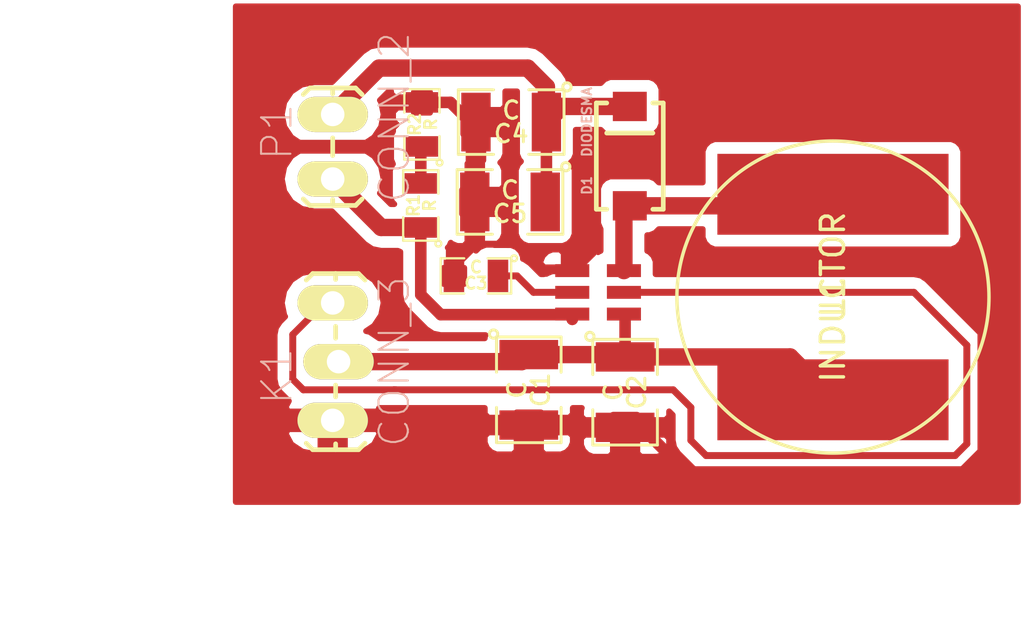
<source format=kicad_pcb>
(kicad_pcb (version 3) (host pcbnew "(2013-07-07 BZR 4022)-stable")

  (general
    (links 21)
    (no_connects 0)
    (area 112.1664 115.4176 146.253201 138.114006)
    (thickness 1.6)
    (drawings 2)
    (tracks 86)
    (zones 0)
    (modules 12)
    (nets 9)
  )

  (page A3)
  (layers
    (15 F.Cu signal)
    (0 B.Cu signal)
    (16 B.Adhes user)
    (17 F.Adhes user)
    (18 B.Paste user)
    (19 F.Paste user)
    (20 B.SilkS user)
    (21 F.SilkS user)
    (22 B.Mask user)
    (23 F.Mask user)
    (24 Dwgs.User user)
    (25 Cmts.User user)
    (26 Eco1.User user)
    (27 Eco2.User user)
    (28 Edge.Cuts user)
  )

  (setup
    (last_trace_width 0.6)
    (user_trace_width 0.3)
    (user_trace_width 0.4)
    (user_trace_width 0.5)
    (user_trace_width 0.6)
    (user_trace_width 0.75)
    (trace_clearance 0.254)
    (zone_clearance 0.508)
    (zone_45_only yes)
    (trace_min 0.254)
    (segment_width 0.2)
    (edge_width 0.1)
    (via_size 0.889)
    (via_drill 0.635)
    (via_min_size 0.889)
    (via_min_drill 0.508)
    (uvia_size 0.508)
    (uvia_drill 0.127)
    (uvias_allowed no)
    (uvia_min_size 0.508)
    (uvia_min_drill 0.127)
    (pcb_text_width 0.3)
    (pcb_text_size 1.5 1.5)
    (mod_edge_width 0.15)
    (mod_text_size 1 1)
    (mod_text_width 0.15)
    (pad_size 1.5 1.5)
    (pad_drill 0.6)
    (pad_to_mask_clearance 0)
    (aux_axis_origin 0 0)
    (visible_elements FFFFFFBF)
    (pcbplotparams
      (layerselection 3178497)
      (usegerberextensions true)
      (excludeedgelayer true)
      (linewidth 0.150000)
      (plotframeref false)
      (viasonmask false)
      (mode 1)
      (useauxorigin false)
      (hpglpennumber 1)
      (hpglpenspeed 20)
      (hpglpendiameter 15)
      (hpglpenoverlay 2)
      (psnegative false)
      (psa4output false)
      (plotreference true)
      (plotvalue true)
      (plotothertext true)
      (plotinvisibletext false)
      (padsonsilk false)
      (subtractmaskfromsilk false)
      (outputformat 1)
      (mirror false)
      (drillshape 1)
      (scaleselection 1)
      (outputdirectory ""))
  )

  (net 0 "")
  (net 1 /Out)
  (net 2 N-000001)
  (net 3 N-000002)
  (net 4 N-000003)
  (net 5 N-000005)
  (net 6 N-000007)
  (net 7 N-000008)
  (net 8 N-000009)

  (net_class Default "Esta é a classe de net default."
    (clearance 0.254)
    (trace_width 0.254)
    (via_dia 0.889)
    (via_drill 0.635)
    (uvia_dia 0.508)
    (uvia_drill 0.127)
    (add_net "")
    (add_net /Out)
    (add_net N-000001)
    (add_net N-000002)
    (add_net N-000003)
    (add_net N-000005)
    (add_net N-000007)
    (add_net N-000008)
    (add_net N-000009)
  )

  (module SparkFun-SMA-DIODE (layer F.Cu) (tedit 200000) (tstamp 550EFF6B)
    (at 129.3368 122.0216 90)
    (descr DIODE)
    (tags DIODE)
    (path /550F0003)
    (attr smd)
    (fp_text reference D1 (at -1.27 -1.8542 90) (layer B.SilkS)
      (effects (font (size 0.4064 0.4064) (thickness 0.0889)))
    )
    (fp_text value DIODESMA (at 1.4732 -1.8542 90) (layer B.SilkS)
      (effects (font (size 0.4064 0.4064) (thickness 0.0889)))
    )
    (fp_line (start -2.2987 -0.99822) (end -2.2987 -1.4478) (layer F.SilkS) (width 0.2032))
    (fp_line (start -2.2987 -1.4478) (end 2.2987 -1.4478) (layer F.SilkS) (width 0.2032))
    (fp_line (start 2.2987 -1.4478) (end 2.2987 -0.99822) (layer F.SilkS) (width 0.2032))
    (fp_line (start 2.2987 0.99822) (end 2.2987 1.4478) (layer F.SilkS) (width 0.2032))
    (fp_line (start 2.2987 1.4478) (end -2.2987 1.4478) (layer F.SilkS) (width 0.2032))
    (fp_line (start -2.2987 1.4478) (end -2.2987 0.99822) (layer F.SilkS) (width 0.2032))
    (fp_line (start 0.99822 -0.99822) (end 0.99822 0.99822) (layer F.SilkS) (width 0.2032))
    (pad A smd rect (at -2.14884 0 90) (size 1.27 1.46812)
      (layers F.Cu F.Paste F.Mask)
      (net 4 N-000003)
    )
    (pad C smd rect (at 2.14884 0 90) (size 1.27 1.46812)
      (layers F.Cu F.Paste F.Mask)
      (net 1 /Out)
    )
  )

  (module SparkFun-1X03_LOCK_LONGPADS (layer F.Cu) (tedit 200000) (tstamp 550EFF8A)
    (at 116.4844 133.4516 90)
    (descr "THIS FOOTPRINT WAS DESIGNED TO HELP HOLD THE ALIGNMENT OF A THROUGH-HOLE COMPONENT (I.E.  6-PIN HEADER) WHILE SOLDERING IT INTO PLACE.")
    (tags "THIS FOOTPRINT WAS DESIGNED TO HELP HOLD THE ALIGNMENT OF A THROUGH-HOLE COMPONENT (I.E.  6-PIN HEADER) WHILE SOLDERING IT INTO PLACE.")
    (path /550EFDBC)
    (attr virtual)
    (fp_text reference K1 (at 1.905 -2.413 90) (layer B.SilkS)
      (effects (font (size 1.27 1.27) (thickness 0.0889)))
    )
    (fp_text value CONN_3 (at 2.54 2.667 90) (layer B.SilkS)
      (effects (font (size 1.27 1.27) (thickness 0.0889)))
    )
    (fp_line (start -0.2921 0.4191) (end 0.2921 0.4191) (layer F.SilkS) (width 0.06604))
    (fp_line (start 0.2921 0.4191) (end 0.2921 -0.1651) (layer F.SilkS) (width 0.06604))
    (fp_line (start -0.2921 -0.1651) (end 0.2921 -0.1651) (layer F.SilkS) (width 0.06604))
    (fp_line (start -0.2921 0.4191) (end -0.2921 -0.1651) (layer F.SilkS) (width 0.06604))
    (fp_line (start 2.2479 0.4191) (end 2.8321 0.4191) (layer F.SilkS) (width 0.06604))
    (fp_line (start 2.8321 0.4191) (end 2.8321 -0.1651) (layer F.SilkS) (width 0.06604))
    (fp_line (start 2.2479 -0.1651) (end 2.8321 -0.1651) (layer F.SilkS) (width 0.06604))
    (fp_line (start 2.2479 0.4191) (end 2.2479 -0.1651) (layer F.SilkS) (width 0.06604))
    (fp_line (start 4.7879 0.4191) (end 5.3721 0.4191) (layer F.SilkS) (width 0.06604))
    (fp_line (start 5.3721 0.4191) (end 5.3721 -0.1651) (layer F.SilkS) (width 0.06604))
    (fp_line (start 4.7879 -0.1651) (end 5.3721 -0.1651) (layer F.SilkS) (width 0.06604))
    (fp_line (start 4.7879 0.4191) (end 4.7879 -0.1651) (layer F.SilkS) (width 0.06604))
    (fp_line (start 1.524 0.127) (end 1.016 0.127) (layer F.SilkS) (width 0.2032))
    (fp_line (start 4.064 0.127) (end 3.556 0.127) (layer F.SilkS) (width 0.2032))
    (fp_line (start -1.27 0.127) (end -1.016 0.127) (layer F.SilkS) (width 0.2032))
    (fp_line (start -1.27 0.127) (end -1.27 -0.8636) (layer F.SilkS) (width 0.2032))
    (fp_line (start -1.27 -0.8636) (end -0.9906 -1.143) (layer F.SilkS) (width 0.2032))
    (fp_line (start -1.27 0.127) (end -1.27 1.1176) (layer F.SilkS) (width 0.2032))
    (fp_line (start -1.27 1.1176) (end -0.9906 1.397) (layer F.SilkS) (width 0.2032))
    (fp_line (start 6.35 0.127) (end 6.096 0.127) (layer F.SilkS) (width 0.2032))
    (fp_line (start 6.35 0.127) (end 6.35 1.1176) (layer F.SilkS) (width 0.2032))
    (fp_line (start 6.35 1.1176) (end 6.0706 1.397) (layer F.SilkS) (width 0.2032))
    (fp_line (start 6.35 0.127) (end 6.35 -0.8636) (layer F.SilkS) (width 0.2032))
    (fp_line (start 6.35 -0.8636) (end 6.0706 -1.143) (layer F.SilkS) (width 0.2032))
    (pad 1 thru_hole oval (at 0 0 90) (size 1.524 3.048) (drill 1.016)
      (layers *.Cu F.Paste F.SilkS F.Mask)
      (net 8 N-000009)
    )
    (pad 2 thru_hole oval (at 2.54 0.254 90) (size 1.524 3.048) (drill 1.016)
      (layers *.Cu F.Paste F.SilkS F.Mask)
      (net 7 N-000008)
    )
    (pad 3 thru_hole oval (at 5.08 0 90) (size 1.524 3.048) (drill 1.016)
      (layers *.Cu F.Paste F.SilkS F.Mask)
      (net 5 N-000005)
    )
  )

  (module SparkFun-1X02_LOCK_LONGPADS (layer F.Cu) (tedit 200000) (tstamp 550EFFA3)
    (at 116.4844 122.8852 90)
    (descr "THIS FOOTPRINT WAS DESIGNED TO HELP HOLD THE ALIGNMENT OF A THROUGH-HOLE COMPONENT (I.E.  6-PIN HEADER) WHILE SOLDERING IT INTO PLACE.")
    (tags "THIS FOOTPRINT WAS DESIGNED TO HELP HOLD THE ALIGNMENT OF A THROUGH-HOLE COMPONENT (I.E.  6-PIN HEADER) WHILE SOLDERING IT INTO PLACE.")
    (path /550EFC12)
    (attr virtual)
    (fp_text reference P1 (at 1.905 -2.413 90) (layer B.SilkS)
      (effects (font (size 1.27 1.27) (thickness 0.0889)))
    )
    (fp_text value CONN_2 (at 2.54 2.667 90) (layer B.SilkS)
      (effects (font (size 1.27 1.27) (thickness 0.0889)))
    )
    (fp_line (start -0.2921 0.2921) (end 0.2921 0.2921) (layer F.SilkS) (width 0.06604))
    (fp_line (start 0.2921 0.2921) (end 0.2921 -0.2921) (layer F.SilkS) (width 0.06604))
    (fp_line (start -0.2921 -0.2921) (end 0.2921 -0.2921) (layer F.SilkS) (width 0.06604))
    (fp_line (start -0.2921 0.2921) (end -0.2921 -0.2921) (layer F.SilkS) (width 0.06604))
    (fp_line (start 2.2479 0.2921) (end 2.8321 0.2921) (layer F.SilkS) (width 0.06604))
    (fp_line (start 2.8321 0.2921) (end 2.8321 -0.2921) (layer F.SilkS) (width 0.06604))
    (fp_line (start 2.2479 -0.2921) (end 2.8321 -0.2921) (layer F.SilkS) (width 0.06604))
    (fp_line (start 2.2479 0.2921) (end 2.2479 -0.2921) (layer F.SilkS) (width 0.06604))
    (fp_line (start 1.651 0) (end 0.889 0) (layer F.SilkS) (width 0.2032))
    (fp_line (start -1.27 0) (end -1.016 0) (layer F.SilkS) (width 0.2032))
    (fp_line (start -1.27 0) (end -1.27 -0.9906) (layer F.SilkS) (width 0.2032))
    (fp_line (start -1.27 -0.9906) (end -0.9906 -1.27) (layer F.SilkS) (width 0.2032))
    (fp_line (start -1.27 0) (end -1.27 0.9906) (layer F.SilkS) (width 0.2032))
    (fp_line (start -1.27 0.9906) (end -0.9906 1.27) (layer F.SilkS) (width 0.2032))
    (fp_line (start 3.81 0) (end 3.556 0) (layer F.SilkS) (width 0.2032))
    (fp_line (start 3.81 0) (end 3.81 0.9906) (layer F.SilkS) (width 0.2032))
    (fp_line (start 3.81 0.9906) (end 3.5306 1.27) (layer F.SilkS) (width 0.2032))
    (fp_line (start 3.81 0) (end 3.81 -0.9906) (layer F.SilkS) (width 0.2032))
    (fp_line (start 3.81 -0.9906) (end 3.5306 -1.27) (layer F.SilkS) (width 0.2032))
    (pad 1 thru_hole oval (at -0.127 0 90) (size 1.524 3.048) (drill 1.016)
      (layers *.Cu F.Paste F.SilkS F.Mask)
      (net 3 N-000002)
    )
    (pad 2 thru_hole oval (at 2.667 0 90) (size 1.524 3.048) (drill 1.016)
      (layers *.Cu F.Paste F.SilkS F.Mask)
      (net 1 /Out)
    )
  )

  (module SM1210 (layer F.Cu) (tedit 42806E94) (tstamp 550EFFB0)
    (at 124.1552 124.0028 180)
    (tags "CMS SM")
    (path /550EFC3D)
    (attr smd)
    (fp_text reference C5 (at 0 -0.508 180) (layer F.SilkS)
      (effects (font (size 0.762 0.762) (thickness 0.127)))
    )
    (fp_text value C (at 0 0.508 180) (layer F.SilkS)
      (effects (font (size 0.762 0.762) (thickness 0.127)))
    )
    (fp_circle (center -2.413 1.524) (end -2.286 1.397) (layer F.SilkS) (width 0.127))
    (fp_line (start -0.762 -1.397) (end -2.286 -1.397) (layer F.SilkS) (width 0.127))
    (fp_line (start -2.286 -1.397) (end -2.286 1.397) (layer F.SilkS) (width 0.127))
    (fp_line (start -2.286 1.397) (end -0.762 1.397) (layer F.SilkS) (width 0.127))
    (fp_line (start 0.762 1.397) (end 2.286 1.397) (layer F.SilkS) (width 0.127))
    (fp_line (start 2.286 1.397) (end 2.286 -1.397) (layer F.SilkS) (width 0.127))
    (fp_line (start 2.286 -1.397) (end 0.762 -1.397) (layer F.SilkS) (width 0.127))
    (pad 1 smd rect (at -1.524 0 180) (size 1.27 2.54)
      (layers F.Cu F.Paste F.Mask)
      (net 1 /Out)
    )
    (pad 2 smd rect (at 1.524 0 180) (size 1.27 2.54)
      (layers F.Cu F.Paste F.Mask)
      (net 8 N-000009)
    )
    (model smd/chip_cms.wrl
      (at (xyz 0 0 0))
      (scale (xyz 0.17 0.2 0.17))
      (rotate (xyz 0 0 0))
    )
  )

  (module SM1210 (layer F.Cu) (tedit 42806E94) (tstamp 550EFFBD)
    (at 124.206 120.5484 180)
    (tags "CMS SM")
    (path /550EFC4A)
    (attr smd)
    (fp_text reference C4 (at 0 -0.508 180) (layer F.SilkS)
      (effects (font (size 0.762 0.762) (thickness 0.127)))
    )
    (fp_text value C (at 0 0.508 180) (layer F.SilkS)
      (effects (font (size 0.762 0.762) (thickness 0.127)))
    )
    (fp_circle (center -2.413 1.524) (end -2.286 1.397) (layer F.SilkS) (width 0.127))
    (fp_line (start -0.762 -1.397) (end -2.286 -1.397) (layer F.SilkS) (width 0.127))
    (fp_line (start -2.286 -1.397) (end -2.286 1.397) (layer F.SilkS) (width 0.127))
    (fp_line (start -2.286 1.397) (end -0.762 1.397) (layer F.SilkS) (width 0.127))
    (fp_line (start 0.762 1.397) (end 2.286 1.397) (layer F.SilkS) (width 0.127))
    (fp_line (start 2.286 1.397) (end 2.286 -1.397) (layer F.SilkS) (width 0.127))
    (fp_line (start 2.286 -1.397) (end 0.762 -1.397) (layer F.SilkS) (width 0.127))
    (pad 1 smd rect (at -1.524 0 180) (size 1.27 2.54)
      (layers F.Cu F.Paste F.Mask)
      (net 1 /Out)
    )
    (pad 2 smd rect (at 1.524 0 180) (size 1.27 2.54)
      (layers F.Cu F.Paste F.Mask)
      (net 8 N-000009)
    )
    (model smd/chip_cms.wrl
      (at (xyz 0 0 0))
      (scale (xyz 0.17 0.2 0.17))
      (rotate (xyz 0 0 0))
    )
  )

  (module SM1210 (layer F.Cu) (tedit 42806E94) (tstamp 550EFFCA)
    (at 124.968 132.1308 270)
    (tags "CMS SM")
    (path /550EFC50)
    (attr smd)
    (fp_text reference C1 (at 0 -0.508 270) (layer F.SilkS)
      (effects (font (size 0.762 0.762) (thickness 0.127)))
    )
    (fp_text value C (at 0 0.508 270) (layer F.SilkS)
      (effects (font (size 0.762 0.762) (thickness 0.127)))
    )
    (fp_circle (center -2.413 1.524) (end -2.286 1.397) (layer F.SilkS) (width 0.127))
    (fp_line (start -0.762 -1.397) (end -2.286 -1.397) (layer F.SilkS) (width 0.127))
    (fp_line (start -2.286 -1.397) (end -2.286 1.397) (layer F.SilkS) (width 0.127))
    (fp_line (start -2.286 1.397) (end -0.762 1.397) (layer F.SilkS) (width 0.127))
    (fp_line (start 0.762 1.397) (end 2.286 1.397) (layer F.SilkS) (width 0.127))
    (fp_line (start 2.286 1.397) (end 2.286 -1.397) (layer F.SilkS) (width 0.127))
    (fp_line (start 2.286 -1.397) (end 0.762 -1.397) (layer F.SilkS) (width 0.127))
    (pad 1 smd rect (at -1.524 0 270) (size 1.27 2.54)
      (layers F.Cu F.Paste F.Mask)
      (net 7 N-000008)
    )
    (pad 2 smd rect (at 1.524 0 270) (size 1.27 2.54)
      (layers F.Cu F.Paste F.Mask)
      (net 8 N-000009)
    )
    (model smd/chip_cms.wrl
      (at (xyz 0 0 0))
      (scale (xyz 0.17 0.2 0.17))
      (rotate (xyz 0 0 0))
    )
  )

  (module SM1210 (layer F.Cu) (tedit 42806E94) (tstamp 550EFFD7)
    (at 129.1336 132.2324 270)
    (tags "CMS SM")
    (path /550EFC56)
    (attr smd)
    (fp_text reference C2 (at 0 -0.508 270) (layer F.SilkS)
      (effects (font (size 0.762 0.762) (thickness 0.127)))
    )
    (fp_text value C (at 0 0.508 270) (layer F.SilkS)
      (effects (font (size 0.762 0.762) (thickness 0.127)))
    )
    (fp_circle (center -2.413 1.524) (end -2.286 1.397) (layer F.SilkS) (width 0.127))
    (fp_line (start -0.762 -1.397) (end -2.286 -1.397) (layer F.SilkS) (width 0.127))
    (fp_line (start -2.286 -1.397) (end -2.286 1.397) (layer F.SilkS) (width 0.127))
    (fp_line (start -2.286 1.397) (end -0.762 1.397) (layer F.SilkS) (width 0.127))
    (fp_line (start 0.762 1.397) (end 2.286 1.397) (layer F.SilkS) (width 0.127))
    (fp_line (start 2.286 1.397) (end 2.286 -1.397) (layer F.SilkS) (width 0.127))
    (fp_line (start 2.286 -1.397) (end 0.762 -1.397) (layer F.SilkS) (width 0.127))
    (pad 1 smd rect (at -1.524 0 270) (size 1.27 2.54)
      (layers F.Cu F.Paste F.Mask)
      (net 7 N-000008)
    )
    (pad 2 smd rect (at 1.524 0 270) (size 1.27 2.54)
      (layers F.Cu F.Paste F.Mask)
      (net 8 N-000009)
    )
    (model smd/chip_cms.wrl
      (at (xyz 0 0 0))
      (scale (xyz 0.17 0.2 0.17))
      (rotate (xyz 0 0 0))
    )
  )

  (module SM0805 (layer F.Cu) (tedit 5091495C) (tstamp 550EFFE4)
    (at 122.682 127.2032 180)
    (path /550EFC5C)
    (attr smd)
    (fp_text reference C3 (at 0 -0.3175 180) (layer F.SilkS)
      (effects (font (size 0.50038 0.50038) (thickness 0.10922)))
    )
    (fp_text value C (at 0 0.381 180) (layer F.SilkS)
      (effects (font (size 0.50038 0.50038) (thickness 0.10922)))
    )
    (fp_circle (center -1.651 0.762) (end -1.651 0.635) (layer F.SilkS) (width 0.09906))
    (fp_line (start -0.508 0.762) (end -1.524 0.762) (layer F.SilkS) (width 0.09906))
    (fp_line (start -1.524 0.762) (end -1.524 -0.762) (layer F.SilkS) (width 0.09906))
    (fp_line (start -1.524 -0.762) (end -0.508 -0.762) (layer F.SilkS) (width 0.09906))
    (fp_line (start 0.508 -0.762) (end 1.524 -0.762) (layer F.SilkS) (width 0.09906))
    (fp_line (start 1.524 -0.762) (end 1.524 0.762) (layer F.SilkS) (width 0.09906))
    (fp_line (start 1.524 0.762) (end 0.508 0.762) (layer F.SilkS) (width 0.09906))
    (pad 1 smd rect (at -0.9525 0 180) (size 0.889 1.397)
      (layers F.Cu F.Paste F.Mask)
      (net 6 N-000007)
    )
    (pad 2 smd rect (at 0.9525 0 180) (size 0.889 1.397)
      (layers F.Cu F.Paste F.Mask)
      (net 8 N-000009)
    )
    (model smd/chip_cms.wrl
      (at (xyz 0 0 0))
      (scale (xyz 0.1 0.1 0.1))
      (rotate (xyz 0 0 0))
    )
  )

  (module SM0805 (layer F.Cu) (tedit 5091495C) (tstamp 550EFFF1)
    (at 120.2944 124.1552 90)
    (path /550EFD2D)
    (attr smd)
    (fp_text reference R1 (at 0 -0.3175 90) (layer F.SilkS)
      (effects (font (size 0.50038 0.50038) (thickness 0.10922)))
    )
    (fp_text value R (at 0 0.381 90) (layer F.SilkS)
      (effects (font (size 0.50038 0.50038) (thickness 0.10922)))
    )
    (fp_circle (center -1.651 0.762) (end -1.651 0.635) (layer F.SilkS) (width 0.09906))
    (fp_line (start -0.508 0.762) (end -1.524 0.762) (layer F.SilkS) (width 0.09906))
    (fp_line (start -1.524 0.762) (end -1.524 -0.762) (layer F.SilkS) (width 0.09906))
    (fp_line (start -1.524 -0.762) (end -0.508 -0.762) (layer F.SilkS) (width 0.09906))
    (fp_line (start 0.508 -0.762) (end 1.524 -0.762) (layer F.SilkS) (width 0.09906))
    (fp_line (start 1.524 -0.762) (end 1.524 0.762) (layer F.SilkS) (width 0.09906))
    (fp_line (start 1.524 0.762) (end 0.508 0.762) (layer F.SilkS) (width 0.09906))
    (pad 1 smd rect (at -0.9525 0 90) (size 0.889 1.397)
      (layers F.Cu F.Paste F.Mask)
      (net 3 N-000002)
    )
    (pad 2 smd rect (at 0.9525 0 90) (size 0.889 1.397)
      (layers F.Cu F.Paste F.Mask)
      (net 2 N-000001)
    )
    (model smd/chip_cms.wrl
      (at (xyz 0 0 0))
      (scale (xyz 0.1 0.1 0.1))
      (rotate (xyz 0 0 0))
    )
  )

  (module SM0805 (layer F.Cu) (tedit 5091495C) (tstamp 550EFFFE)
    (at 120.3452 120.65 90)
    (path /550EFD3A)
    (attr smd)
    (fp_text reference R2 (at 0 -0.3175 90) (layer F.SilkS)
      (effects (font (size 0.50038 0.50038) (thickness 0.10922)))
    )
    (fp_text value R (at 0 0.381 90) (layer F.SilkS)
      (effects (font (size 0.50038 0.50038) (thickness 0.10922)))
    )
    (fp_circle (center -1.651 0.762) (end -1.651 0.635) (layer F.SilkS) (width 0.09906))
    (fp_line (start -0.508 0.762) (end -1.524 0.762) (layer F.SilkS) (width 0.09906))
    (fp_line (start -1.524 0.762) (end -1.524 -0.762) (layer F.SilkS) (width 0.09906))
    (fp_line (start -1.524 -0.762) (end -0.508 -0.762) (layer F.SilkS) (width 0.09906))
    (fp_line (start 0.508 -0.762) (end 1.524 -0.762) (layer F.SilkS) (width 0.09906))
    (fp_line (start 1.524 -0.762) (end 1.524 0.762) (layer F.SilkS) (width 0.09906))
    (fp_line (start 1.524 0.762) (end 0.508 0.762) (layer F.SilkS) (width 0.09906))
    (pad 1 smd rect (at -0.9525 0 90) (size 0.889 1.397)
      (layers F.Cu F.Paste F.Mask)
      (net 2 N-000001)
    )
    (pad 2 smd rect (at 0.9525 0 90) (size 0.889 1.397)
      (layers F.Cu F.Paste F.Mask)
      (net 8 N-000009)
    )
    (model smd/chip_cms.wrl
      (at (xyz 0 0 0))
      (scale (xyz 0.1 0.1 0.1))
      (rotate (xyz 0 0 0))
    )
  )

  (module inductor8x8 (layer F.Cu) (tedit 53F0B7B5) (tstamp 550F0005)
    (at 138.1252 128.1176 270)
    (path /550EFC1A)
    (fp_text reference L1 (at 0 0 270) (layer F.SilkS)
      (effects (font (size 1 1) (thickness 0.15)))
    )
    (fp_text value INDUCTOR (at 0 0 270) (layer F.SilkS)
      (effects (font (size 1 1) (thickness 0.15)))
    )
    (fp_circle (center 0 0) (end 5.08 -4.445) (layer F.SilkS) (width 0.15))
    (pad 1 smd rect (at -4.445 0) (size 10 3.5)
      (layers F.Cu F.Paste F.Mask)
      (net 4 N-000003)
    )
    (pad 2 smd rect (at 4.445 0) (size 10 3.5)
      (layers F.Cu F.Paste F.Mask)
      (net 7 N-000008)
    )
  )

  (module DBV6 (layer F.Cu) (tedit 0) (tstamp 550F0032)
    (at 127.9652 127.9144 180)
    (path /550EFBF6)
    (fp_text reference U1 (at -0.3302 1.27 180) (layer Eco1.User)
      (effects (font (size 1.27 1.27) (thickness 0.0762)))
    )
    (fp_text value TPS61165_DBV_6_DBV6 (at 0.3556 1.27 180) (layer Eco1.User)
      (effects (font (size 1.27 1.27) (thickness 0.0762)))
    )
    (fp_text user * (at -1.9558 -0.7366 180) (layer Eco1.User)
      (effects (font (size 1.27 1.27) (thickness 0.0762)))
    )
    (fp_text user * (at -1.9558 -0.7366 180) (layer Cmts.User)
      (effects (font (size 1.27 1.27) (thickness 0.0762)))
    )
    (fp_line (start -0.8636 -0.6858) (end -0.8636 -1.1938) (layer Eco1.User) (width 0.1524))
    (fp_line (start -0.8636 -1.1938) (end -1.4986 -1.1938) (layer Eco1.User) (width 0.1524))
    (fp_line (start -1.4986 -1.1938) (end -1.4986 -0.6858) (layer Eco1.User) (width 0.1524))
    (fp_line (start -1.4986 -0.6858) (end -0.8636 -0.6858) (layer Eco1.User) (width 0.1524))
    (fp_line (start -0.8636 0.254) (end -0.8636 -0.254) (layer Eco1.User) (width 0.1524))
    (fp_line (start -0.8636 -0.254) (end -1.4986 -0.254) (layer Eco1.User) (width 0.1524))
    (fp_line (start -1.4986 -0.254) (end -1.4986 0.254) (layer Eco1.User) (width 0.1524))
    (fp_line (start -1.4986 0.254) (end -0.8636 0.254) (layer Eco1.User) (width 0.1524))
    (fp_line (start -0.8636 1.1938) (end -0.8636 0.6858) (layer Eco1.User) (width 0.1524))
    (fp_line (start -0.8636 0.6858) (end -1.4986 0.6858) (layer Eco1.User) (width 0.1524))
    (fp_line (start -1.4986 0.6858) (end -1.4986 1.1938) (layer Eco1.User) (width 0.1524))
    (fp_line (start -1.4986 1.1938) (end -0.8636 1.1938) (layer Eco1.User) (width 0.1524))
    (fp_line (start 0.8636 0.6858) (end 0.8636 1.1938) (layer Eco1.User) (width 0.1524))
    (fp_line (start 0.8636 1.1938) (end 1.4986 1.1938) (layer Eco1.User) (width 0.1524))
    (fp_line (start 1.4986 1.1938) (end 1.4986 0.6858) (layer Eco1.User) (width 0.1524))
    (fp_line (start 1.4986 0.6858) (end 0.8636 0.6858) (layer Eco1.User) (width 0.1524))
    (fp_line (start 0.8636 -0.254) (end 0.8636 0.254) (layer Eco1.User) (width 0.1524))
    (fp_line (start 0.8636 0.254) (end 1.4986 0.254) (layer Eco1.User) (width 0.1524))
    (fp_line (start 1.4986 0.254) (end 1.4986 -0.254) (layer Eco1.User) (width 0.1524))
    (fp_line (start 1.4986 -0.254) (end 0.8636 -0.254) (layer Eco1.User) (width 0.1524))
    (fp_line (start 0.8636 -1.1938) (end 0.8636 -0.6858) (layer Eco1.User) (width 0.1524))
    (fp_line (start 0.8636 -0.6858) (end 1.4986 -0.6858) (layer Eco1.User) (width 0.1524))
    (fp_line (start 1.4986 -0.6858) (end 1.4986 -1.1938) (layer Eco1.User) (width 0.1524))
    (fp_line (start 1.4986 -1.1938) (end 0.8636 -1.1938) (layer Eco1.User) (width 0.1524))
    (fp_line (start -0.8636 1.524) (end 0.8636 1.524) (layer Eco1.User) (width 0.1524))
    (fp_line (start 0.8636 1.524) (end 0.8636 -1.524) (layer Eco1.User) (width 0.1524))
    (fp_line (start 0.8636 -1.524) (end 0.3048 -1.524) (layer Eco1.User) (width 0.1524))
    (fp_line (start 0.3048 -1.524) (end -0.3048 -1.524) (layer Eco1.User) (width 0.1524))
    (fp_line (start -0.3048 -1.524) (end -0.8636 -1.524) (layer Eco1.User) (width 0.1524))
    (fp_line (start -0.8636 -1.524) (end -0.8636 1.524) (layer Eco1.User) (width 0.1524))
    (fp_arc (start 0 -1.524) (end 0.3048 -1.524) (angle -180) (layer Eco1.User))
    (fp_line (start -0.2286 1.524) (end 0.2286 1.524) (layer Cmts.User) (width 0.1524))
    (fp_line (start 0.2286 -1.524) (end -0.2286 -1.524) (layer Cmts.User) (width 0.1524))
    (pad 1 smd rect (at -1.1176 -0.9398 180) (size 1.4732 0.5588)
      (layers F.Cu F.Paste F.Mask)
      (net 7 N-000008)
    )
    (pad 2 smd rect (at -1.1176 0 180) (size 1.4732 0.5588)
      (layers F.Cu F.Paste F.Mask)
      (net 5 N-000005)
    )
    (pad 3 smd rect (at -1.1176 0.9398 180) (size 1.4732 0.5588)
      (layers F.Cu F.Paste F.Mask)
      (net 4 N-000003)
    )
    (pad 4 smd rect (at 1.1176 0.9398 180) (size 1.4732 0.5588)
      (layers F.Cu F.Paste F.Mask)
      (net 8 N-000009)
    )
    (pad 5 smd rect (at 1.1176 0 180) (size 1.4732 0.5588)
      (layers F.Cu F.Paste F.Mask)
      (net 6 N-000007)
    )
    (pad 6 smd rect (at 1.1176 -0.9398 180) (size 1.4732 0.5588)
      (layers F.Cu F.Paste F.Mask)
      (net 3 N-000002)
    )
  )

  (dimension 21.6916 (width 0.3) (layer Dwgs.User)
    (gr_text 21,692mm (at 108.378 126.2634 90) (layer Dwgs.User)
      (effects (font (size 1.5 1.5) (thickness 0.3)))
    )
    (feature1 (pts (xy 112.1664 115.4176) (xy 107.028 115.4176)))
    (feature2 (pts (xy 112.1664 137.1092) (xy 107.028 137.1092)))
    (crossbar (pts (xy 109.728 137.1092) (xy 109.728 115.4176)))
    (arrow1a (pts (xy 109.728 115.4176) (xy 110.31442 116.544103)))
    (arrow1b (pts (xy 109.728 115.4176) (xy 109.14158 116.544103)))
    (arrow2a (pts (xy 109.728 137.1092) (xy 110.31442 135.982697)))
    (arrow2b (pts (xy 109.728 137.1092) (xy 109.14158 135.982697)))
  )
  (dimension 34.0868 (width 0.3) (layer Dwgs.User)
    (gr_text 34,087mm (at 129.2098 142.777199) (layer Dwgs.User)
      (effects (font (size 1.5 1.5) (thickness 0.3)))
    )
    (feature1 (pts (xy 112.1664 137.2616) (xy 112.1664 144.127199)))
    (feature2 (pts (xy 146.2532 137.2616) (xy 146.2532 144.127199)))
    (crossbar (pts (xy 146.2532 141.427199) (xy 112.1664 141.427199)))
    (arrow1a (pts (xy 112.1664 141.427199) (xy 113.292903 140.840779)))
    (arrow1b (pts (xy 112.1664 141.427199) (xy 113.292903 142.013619)))
    (arrow2a (pts (xy 146.2532 141.427199) (xy 145.126697 140.840779)))
    (arrow2b (pts (xy 146.2532 141.427199) (xy 145.126697 142.013619)))
  )

  (segment (start 125.73 120.5484) (end 125.73 119.0244) (width 0.75) (layer F.Cu) (net 1) (status 400000))
  (segment (start 118.491 118.2116) (end 116.4844 120.2182) (width 0.75) (layer F.Cu) (net 1) (tstamp 550F038B) (status 800000))
  (segment (start 124.9172 118.2116) (end 118.491 118.2116) (width 0.75) (layer F.Cu) (net 1) (tstamp 550F038A))
  (segment (start 125.73 119.0244) (end 124.9172 118.2116) (width 0.75) (layer F.Cu) (net 1) (tstamp 550F0389))
  (segment (start 129.3368 119.87276) (end 126.40564 119.87276) (width 0.75) (layer F.Cu) (net 1) (status 400000))
  (segment (start 126.40564 119.87276) (end 125.73 120.5484) (width 0.75) (layer F.Cu) (net 1) (tstamp 550F0385) (status 800000))
  (segment (start 125.73 120.5484) (end 125.73 123.952) (width 0.5) (layer F.Cu) (net 1) (status C00000))
  (segment (start 125.73 123.952) (end 125.6792 124.0028) (width 0.5) (layer F.Cu) (net 1) (tstamp 550F0368) (status C00000))
  (segment (start 120.2944 123.2027) (end 120.2944 121.6533) (width 0.5) (layer F.Cu) (net 2) (status C00000))
  (segment (start 120.2944 121.6533) (end 120.3452 121.6025) (width 0.5) (layer F.Cu) (net 2) (tstamp 550F0358) (status C00000))
  (segment (start 120.2944 125.1077) (end 118.5799 125.1077) (width 0.75) (layer F.Cu) (net 3) (status 400000))
  (segment (start 118.5799 125.1077) (end 116.4844 123.0122) (width 0.75) (layer F.Cu) (net 3) (tstamp 550F038F) (status 800000))
  (segment (start 120.2944 125.1077) (end 120.2944 128.016) (width 0.5) (layer F.Cu) (net 3) (status 400000))
  (segment (start 126.8222 128.8796) (end 126.8476 128.8542) (width 0.5) (layer F.Cu) (net 3) (tstamp 550F0339) (status C00000))
  (segment (start 121.158 128.8796) (end 126.8222 128.8796) (width 0.5) (layer F.Cu) (net 3) (tstamp 550F0338) (status 800000))
  (segment (start 120.2944 128.016) (end 121.158 128.8796) (width 0.5) (layer F.Cu) (net 3) (tstamp 550F0337))
  (segment (start 126.8476 128.8542) (end 126.8476 129.0828) (width 0.5) (layer F.Cu) (net 3) (tstamp 550F033A) (status C00000))
  (segment (start 126.8476 129.0828) (end 126.8476 128.8542) (width 0.5) (layer F.Cu) (net 3) (tstamp 550F033B) (status C00000))
  (segment (start 129.3368 124.17044) (end 137.62736 124.17044) (width 0.75) (layer F.Cu) (net 4) (status C00000))
  (segment (start 137.62736 124.17044) (end 138.1252 123.6726) (width 0.75) (layer F.Cu) (net 4) (tstamp 550F0381) (status C00000))
  (segment (start 129.0828 126.9746) (end 129.0828 124.42444) (width 0.75) (layer F.Cu) (net 4) (status C00000))
  (segment (start 129.0828 124.42444) (end 129.3368 124.17044) (width 0.75) (layer F.Cu) (net 4) (tstamp 550F037E) (status C00000))
  (segment (start 119.126 132.1308) (end 131.2164 132.1308) (width 0.3) (layer F.Cu) (net 5))
  (segment (start 141.6304 127.9144) (end 129.0828 127.9144) (width 0.3) (layer F.Cu) (net 5) (tstamp 550F031C) (status 800000))
  (segment (start 143.9164 130.2004) (end 141.6304 127.9144) (width 0.3) (layer F.Cu) (net 5) (tstamp 550F031B))
  (segment (start 143.9164 134.4676) (end 143.9164 130.2004) (width 0.3) (layer F.Cu) (net 5) (tstamp 550F031A))
  (segment (start 143.4084 134.9756) (end 143.9164 134.4676) (width 0.3) (layer F.Cu) (net 5) (tstamp 550F0319))
  (segment (start 132.6388 134.9756) (end 143.4084 134.9756) (width 0.3) (layer F.Cu) (net 5) (tstamp 550F0318))
  (segment (start 131.9784 134.3152) (end 132.6388 134.9756) (width 0.3) (layer F.Cu) (net 5) (tstamp 550F0317))
  (segment (start 131.9784 132.8928) (end 131.9784 134.3152) (width 0.3) (layer F.Cu) (net 5) (tstamp 550F0316))
  (segment (start 131.2164 132.1308) (end 131.9784 132.8928) (width 0.3) (layer F.Cu) (net 5) (tstamp 550F0315))
  (segment (start 116.4844 128.3716) (end 116.1288 128.3716) (width 0.3) (layer F.Cu) (net 5) (status C00000))
  (segment (start 115.2144 132.1308) (end 119.126 132.1308) (width 0.3) (layer F.Cu) (net 5) (tstamp 550F0307))
  (segment (start 119.126 132.1308) (end 119.2276 132.1308) (width 0.3) (layer F.Cu) (net 5) (tstamp 550F0313))
  (segment (start 114.7572 131.6736) (end 115.2144 132.1308) (width 0.3) (layer F.Cu) (net 5) (tstamp 550F0306))
  (segment (start 114.7572 129.7432) (end 114.7572 131.6736) (width 0.3) (layer F.Cu) (net 5) (tstamp 550F0304))
  (segment (start 116.1288 128.3716) (end 114.7572 129.7432) (width 0.3) (layer F.Cu) (net 5) (tstamp 550F0303) (status 400000))
  (segment (start 123.6345 127.2032) (end 124.46 127.2032) (width 0.3) (layer F.Cu) (net 6) (status 400000))
  (segment (start 124.46 127.2032) (end 125.1712 127.9144) (width 0.3) (layer F.Cu) (net 6) (tstamp 550F032E))
  (segment (start 126.8476 127.9144) (end 125.1712 127.9144) (width 0.3) (layer F.Cu) (net 6) (status 400000))
  (segment (start 129.1336 130.7084) (end 136.271 130.7084) (width 0.75) (layer F.Cu) (net 7) (status 400000))
  (segment (start 136.271 130.7084) (end 138.1252 132.5626) (width 0.75) (layer F.Cu) (net 7) (tstamp 550F0379) (status 800000))
  (segment (start 124.968 130.6068) (end 129.032 130.6068) (width 0.75) (layer F.Cu) (net 7) (status C00000))
  (segment (start 129.032 130.6068) (end 129.1336 130.7084) (width 0.75) (layer F.Cu) (net 7) (tstamp 550F0376) (status C00000))
  (segment (start 116.7384 130.9116) (end 124.6632 130.9116) (width 0.75) (layer F.Cu) (net 7) (status C00000))
  (segment (start 124.6632 130.9116) (end 124.968 130.6068) (width 0.75) (layer F.Cu) (net 7) (tstamp 550F0373) (status C00000))
  (segment (start 129.1336 130.7084) (end 129.1336 128.905) (width 0.5) (layer F.Cu) (net 7) (status C00000))
  (segment (start 129.1336 128.905) (end 129.0828 128.8542) (width 0.5) (layer F.Cu) (net 7) (tstamp 550F02E9) (status C00000))
  (segment (start 114.4016 121.6152) (end 118.2116 121.6152) (width 0.6) (layer F.Cu) (net 8))
  (segment (start 114.3 133.4516) (end 113.792 132.9436) (width 0.4) (layer F.Cu) (net 8) (tstamp 550F0395))
  (segment (start 113.792 132.9436) (end 113.792 122.2248) (width 0.4) (layer F.Cu) (net 8) (tstamp 550F0396))
  (segment (start 113.792 122.2248) (end 114.4016 121.6152) (width 0.4) (layer F.Cu) (net 8) (tstamp 550F0397))
  (segment (start 116.4844 133.4516) (end 114.3 133.4516) (width 0.4) (layer F.Cu) (net 8) (status 400000))
  (segment (start 119.2657 119.6975) (end 120.3452 119.6975) (width 0.6) (layer F.Cu) (net 8) (tstamp 550F039E) (status 800000))
  (segment (start 118.9228 120.0404) (end 119.2657 119.6975) (width 0.6) (layer F.Cu) (net 8) (tstamp 550F039D))
  (segment (start 118.9228 120.904) (end 118.9228 120.0404) (width 0.6) (layer F.Cu) (net 8) (tstamp 550F039C))
  (segment (start 118.2116 121.6152) (end 118.9228 120.904) (width 0.6) (layer F.Cu) (net 8) (tstamp 550F039B))
  (segment (start 122.682 120.5484) (end 122.428 120.5484) (width 0.5) (layer F.Cu) (net 8) (status C00000))
  (segment (start 122.428 120.5484) (end 121.5771 119.6975) (width 0.5) (layer F.Cu) (net 8) (tstamp 550F0354) (status 400000))
  (segment (start 121.5771 119.6975) (end 120.3452 119.6975) (width 0.5) (layer F.Cu) (net 8) (tstamp 550F0355) (status 800000))
  (segment (start 122.6312 124.0028) (end 122.6312 120.5992) (width 0.5) (layer F.Cu) (net 8) (status C00000))
  (segment (start 122.6312 120.5992) (end 122.682 120.5484) (width 0.5) (layer F.Cu) (net 8) (tstamp 550F0351) (status C00000))
  (segment (start 129.1336 133.7564) (end 129.8448 133.7564) (width 0.5) (layer F.Cu) (net 8) (status C00000))
  (segment (start 127.6604 126.1618) (end 126.8476 126.9746) (width 0.5) (layer F.Cu) (net 8) (tstamp 550F034E) (status 800000))
  (segment (start 127.6604 122.936) (end 127.6604 126.1618) (width 0.5) (layer F.Cu) (net 8) (tstamp 550F034D))
  (segment (start 127.9144 122.682) (end 127.6604 122.936) (width 0.5) (layer F.Cu) (net 8) (tstamp 550F034C))
  (segment (start 130.048 122.682) (end 127.9144 122.682) (width 0.5) (layer F.Cu) (net 8) (tstamp 550F034B))
  (segment (start 131.9784 120.7516) (end 130.048 122.682) (width 0.5) (layer F.Cu) (net 8) (tstamp 550F034A))
  (segment (start 143.6116 120.7516) (end 131.9784 120.7516) (width 0.5) (layer F.Cu) (net 8) (tstamp 550F0349))
  (segment (start 144.6276 121.7676) (end 143.6116 120.7516) (width 0.5) (layer F.Cu) (net 8) (tstamp 550F0348))
  (segment (start 144.6276 134.8232) (end 144.6276 121.7676) (width 0.5) (layer F.Cu) (net 8) (tstamp 550F0347))
  (segment (start 143.764 135.6868) (end 144.6276 134.8232) (width 0.5) (layer F.Cu) (net 8) (tstamp 550F0346))
  (segment (start 131.7752 135.6868) (end 143.764 135.6868) (width 0.5) (layer F.Cu) (net 8) (tstamp 550F0345))
  (segment (start 129.8448 133.7564) (end 131.7752 135.6868) (width 0.5) (layer F.Cu) (net 8) (tstamp 550F0344) (status 400000))
  (segment (start 124.968 133.6548) (end 116.6876 133.6548) (width 0.5) (layer F.Cu) (net 8) (status C00000))
  (segment (start 116.6876 133.6548) (end 116.4844 133.4516) (width 0.5) (layer F.Cu) (net 8) (tstamp 550F0341) (status C00000))
  (segment (start 129.1336 133.7564) (end 125.0696 133.7564) (width 0.5) (layer F.Cu) (net 8) (status C00000))
  (segment (start 125.0696 133.7564) (end 124.968 133.6548) (width 0.5) (layer F.Cu) (net 8) (tstamp 550F033E) (status C00000))
  (segment (start 121.7295 127.2032) (end 121.7295 126.6825) (width 0.5) (layer F.Cu) (net 8) (status C00000))
  (segment (start 121.7295 126.6825) (end 122.6312 125.7808) (width 0.5) (layer F.Cu) (net 8) (tstamp 550F0333) (status 400000))
  (segment (start 122.6312 125.7808) (end 122.6312 124.0028) (width 0.5) (layer F.Cu) (net 8) (tstamp 550F0334) (status 800000))
  (segment (start 122.6312 124.0028) (end 122.6312 125.7808) (width 0.3) (layer F.Cu) (net 8) (status 400000))
  (segment (start 122.682 125.8316) (end 124.46 125.8316) (width 0.3) (layer F.Cu) (net 8) (tstamp 550F0329))
  (segment (start 125.603 126.9746) (end 124.46 125.8316) (width 0.3) (layer F.Cu) (net 8) (tstamp 550F0325))
  (segment (start 126.8476 126.9746) (end 125.603 126.9746) (width 0.3) (layer F.Cu) (net 8) (status 400000))
  (segment (start 122.6312 125.7808) (end 122.682 125.8316) (width 0.3) (layer F.Cu) (net 8) (tstamp 550F0328))

  (zone (net 8) (net_name N-000009) (layer F.Cu) (tstamp 550F036B) (hatch edge 0.508)
    (connect_pads (clearance 0.508))
    (min_thickness 0.254)
    (fill (arc_segments 16) (thermal_gap 0.508) (thermal_bridge_width 1.308))
    (polygon
      (pts
        (xy 146.2532 137.1092) (xy 112.1664 137.1092) (xy 112.1664 115.4176) (xy 146.2532 115.4176)
      )
    )
    (filled_polygon
      (pts
        (xy 120.8922 119.91975) (xy 120.69445 119.91975) (xy 120.69445 120.142) (xy 119.99595 120.142) (xy 119.99595 119.91975)
        (xy 119.17045 119.91975) (xy 119.0117 120.0785) (xy 119.01159 120.267755) (xy 119.108059 120.501229) (xy 119.256673 120.650102)
        (xy 119.108687 120.797832) (xy 119.011811 121.031136) (xy 119.01159 121.283755) (xy 119.01159 122.172755) (xy 119.091009 122.364966)
        (xy 119.057887 122.398032) (xy 118.961011 122.631336) (xy 118.96079 122.883955) (xy 118.96079 123.772955) (xy 119.057259 124.006429)
        (xy 119.148371 124.0977) (xy 118.998255 124.0977) (xy 118.526488 123.625932) (xy 118.579357 123.546809) (xy 118.685697 123.0122)
        (xy 118.579357 122.477591) (xy 118.276525 122.024372) (xy 117.823306 121.72154) (xy 117.288697 121.6152) (xy 117.823306 121.50886)
        (xy 118.276525 121.206028) (xy 118.579357 120.752809) (xy 118.685697 120.2182) (xy 118.579357 119.683591) (xy 118.526488 119.604467)
        (xy 118.909356 119.2216) (xy 119.011644 119.2216) (xy 119.0117 119.3165) (xy 119.17045 119.47525) (xy 119.99595 119.47525)
        (xy 119.99595 119.253) (xy 120.69445 119.253) (xy 120.69445 119.47525) (xy 120.8922 119.47525) (xy 120.8922 119.91975)
      )
    )
    (filled_polygon
      (pts
        (xy 122.174 127.55245) (xy 121.95175 127.55245) (xy 121.95175 127.7502) (xy 121.50725 127.7502) (xy 121.50725 127.55245)
        (xy 121.285 127.55245) (xy 121.285 126.85395) (xy 121.50725 126.85395) (xy 121.50725 126.02845) (xy 121.460979 125.982179)
        (xy 121.530913 125.912368) (xy 121.591619 125.766168) (xy 121.636971 125.811441) (xy 121.870445 125.90791) (xy 122.072368 125.907831)
        (xy 121.95175 126.02845) (xy 121.95175 126.85395) (xy 122.174 126.85395) (xy 122.174 127.55245)
      )
    )
    (filled_polygon
      (pts
        (xy 146.1262 136.9822) (xy 144.7014 136.9822) (xy 144.7014 134.4676) (xy 144.7014 130.2004) (xy 144.641645 129.899994)
        (xy 144.641645 129.899993) (xy 144.471479 129.645321) (xy 142.185479 127.359321) (xy 141.930807 127.189155) (xy 141.6304 127.1294)
        (xy 130.454508 127.1294) (xy 130.45451 127.128245) (xy 130.45451 126.569445) (xy 130.358041 126.335971) (xy 130.179568 126.157187)
        (xy 130.0928 126.121157) (xy 130.0928 125.44055) (xy 130.196615 125.44055) (xy 130.430089 125.344081) (xy 130.594015 125.18044)
        (xy 132.49009 125.18044) (xy 132.49009 125.548355) (xy 132.586559 125.781829) (xy 132.765032 125.960613) (xy 132.998336 126.057489)
        (xy 133.250955 126.05771) (xy 143.250955 126.05771) (xy 143.484429 125.961241) (xy 143.663213 125.782768) (xy 143.760089 125.549464)
        (xy 143.76031 125.296845) (xy 143.76031 121.796845) (xy 143.663841 121.563371) (xy 143.485368 121.384587) (xy 143.252064 121.287711)
        (xy 142.999445 121.28749) (xy 132.999445 121.28749) (xy 132.765971 121.383959) (xy 132.587187 121.562432) (xy 132.490311 121.795736)
        (xy 132.49009 122.048355) (xy 132.49009 123.16044) (xy 130.593757 123.16044) (xy 130.431028 122.997427) (xy 130.197724 122.900551)
        (xy 129.945105 122.90033) (xy 128.476985 122.90033) (xy 128.243511 122.996799) (xy 128.064727 123.175272) (xy 127.967851 123.408576)
        (xy 127.96763 123.661195) (xy 127.96763 124.931195) (xy 128.064099 125.164669) (xy 128.0728 125.173385) (xy 128.0728 126.121095)
        (xy 127.986971 126.156559) (xy 127.9652 126.178292) (xy 127.943429 126.156559) (xy 127.709955 126.06009) (xy 127.37465 126.0602)
        (xy 127.2159 126.21895) (xy 127.2159 126.8349) (xy 127.3946 126.8349) (xy 127.3946 126.99989) (xy 126.4793 126.99989)
        (xy 126.4793 126.8349) (xy 126.4793 126.21895) (xy 126.32055 126.0602) (xy 125.985245 126.06009) (xy 125.751771 126.156559)
        (xy 125.572987 126.335032) (xy 125.476111 126.568336) (xy 125.476016 126.676166) (xy 125.63475 126.8349) (xy 126.4793 126.8349)
        (xy 126.4793 126.99989) (xy 125.985245 126.99989) (xy 125.751771 127.096359) (xy 125.733798 127.1143) (xy 125.63475 127.1143)
        (xy 125.61965 127.1294) (xy 125.496357 127.1294) (xy 125.015079 126.648121) (xy 124.760407 126.477955) (xy 124.71411 126.468746)
        (xy 124.71411 126.468745) (xy 124.71411 126.378945) (xy 124.617641 126.145471) (xy 124.439168 125.966687) (xy 124.205864 125.869811)
        (xy 123.953245 125.86959) (xy 123.95211 125.86959) (xy 123.95211 121.692645) (xy 123.952 121.23415) (xy 123.79325 121.0754)
        (xy 122.9995 121.0754) (xy 122.9995 122.20575) (xy 122.9487 122.25655) (xy 122.9487 123.4758) (xy 123.74245 123.4758)
        (xy 123.9012 123.31705) (xy 123.90131 122.858555) (xy 123.901089 122.605936) (xy 123.804213 122.372632) (xy 123.732411 122.300955)
        (xy 123.855013 122.178568) (xy 123.951889 121.945264) (xy 123.95211 121.692645) (xy 123.95211 125.86959) (xy 123.484696 125.86959)
        (xy 123.625429 125.811441) (xy 123.804213 125.632968) (xy 123.901089 125.399664) (xy 123.90131 125.147045) (xy 123.9012 124.68855)
        (xy 123.74245 124.5298) (xy 122.9487 124.5298) (xy 122.9487 125.74905) (xy 123.06924 125.86959) (xy 123.064245 125.86959)
        (xy 122.830771 125.966059) (xy 122.682 126.114571) (xy 122.533229 125.966059) (xy 122.299755 125.86959) (xy 122.193098 125.869651)
        (xy 122.3137 125.74905) (xy 122.3137 124.5298) (xy 122.0842 124.5298) (xy 122.0842 123.4758) (xy 122.3137 123.4758)
        (xy 122.3137 122.34545) (xy 122.3645 122.29465) (xy 122.3645 121.0754) (xy 122.135 121.0754) (xy 122.135 120.0214)
        (xy 122.3645 120.0214) (xy 122.3645 120.0014) (xy 122.9995 120.0014) (xy 122.9995 120.0214) (xy 123.79325 120.0214)
        (xy 123.952 119.86265) (xy 123.95211 119.404155) (xy 123.95195 119.2216) (xy 124.460049 119.2216) (xy 124.45989 119.404155)
        (xy 124.45989 121.944155) (xy 124.556359 122.177629) (xy 124.628818 122.250214) (xy 124.506187 122.372632) (xy 124.409311 122.605936)
        (xy 124.40909 122.858555) (xy 124.40909 125.398555) (xy 124.505559 125.632029) (xy 124.684032 125.810813) (xy 124.917336 125.907689)
        (xy 125.169955 125.90791) (xy 126.439955 125.90791) (xy 126.673429 125.811441) (xy 126.852213 125.632968) (xy 126.949089 125.399664)
        (xy 126.94931 125.147045) (xy 126.94931 122.607045) (xy 126.852841 122.373571) (xy 126.780381 122.300985) (xy 126.903013 122.178568)
        (xy 126.999889 121.945264) (xy 127.00011 121.692645) (xy 127.00011 120.88276) (xy 128.079842 120.88276) (xy 128.242572 121.045773)
        (xy 128.475876 121.142649) (xy 128.728495 121.14287) (xy 130.196615 121.14287) (xy 130.430089 121.046401) (xy 130.608873 120.867928)
        (xy 130.705749 120.634624) (xy 130.70597 120.382005) (xy 130.70597 119.112005) (xy 130.609501 118.878531) (xy 130.431028 118.699747)
        (xy 130.197724 118.602871) (xy 129.945105 118.60265) (xy 128.476985 118.60265) (xy 128.243511 118.699119) (xy 128.079584 118.86276)
        (xy 126.847328 118.86276) (xy 126.725168 118.740387) (xy 126.679755 118.721529) (xy 126.679754 118.721529) (xy 126.663118 118.63789)
        (xy 126.663117 118.637889) (xy 126.444178 118.310222) (xy 126.444174 118.310219) (xy 125.631378 117.497422) (xy 125.30371 117.278482)
        (xy 124.9172 117.2016) (xy 118.491 117.2016) (xy 118.490999 117.2016) (xy 118.414117 117.216893) (xy 118.10449 117.278482)
        (xy 117.776822 117.497422) (xy 117.776821 117.497422) (xy 117.776821 117.497423) (xy 116.453044 118.8212) (xy 115.680103 118.8212)
        (xy 115.145494 118.92754) (xy 114.692275 119.230372) (xy 114.389443 119.683591) (xy 114.283103 120.2182) (xy 114.389443 120.752809)
        (xy 114.692275 121.206028) (xy 115.145494 121.50886) (xy 115.680103 121.6152) (xy 115.145494 121.72154) (xy 114.692275 122.024372)
        (xy 114.389443 122.477591) (xy 114.283103 123.0122) (xy 114.389443 123.546809) (xy 114.692275 124.000028) (xy 115.145494 124.30286)
        (xy 115.680103 124.4092) (xy 116.453044 124.4092) (xy 117.865719 125.821874) (xy 117.865722 125.821878) (xy 118.062144 125.953122)
        (xy 118.193389 126.040818) (xy 118.19339 126.040818) (xy 118.5799 126.1177) (xy 119.301928 126.1177) (xy 119.4094 126.162326)
        (xy 119.4094 128.015994) (xy 119.409399 128.016) (xy 119.465589 128.298484) (xy 119.476767 128.354675) (xy 119.66861 128.64179)
        (xy 120.532207 129.505386) (xy 120.53221 129.50539) (xy 120.819325 129.697233) (xy 121.157999 129.7646) (xy 121.157999 129.764599)
        (xy 121.158 129.7646) (xy 123.096469 129.7646) (xy 123.063111 129.844936) (xy 123.063061 129.9016) (xy 118.497342 129.9016)
        (xy 118.077306 129.62094) (xy 117.929227 129.591485) (xy 118.276525 129.359428) (xy 118.579357 128.906209) (xy 118.685697 128.3716)
        (xy 118.579357 127.836991) (xy 118.276525 127.383772) (xy 117.823306 127.08094) (xy 117.288697 126.9746) (xy 115.680103 126.9746)
        (xy 115.145494 127.08094) (xy 114.692275 127.383772) (xy 114.389443 127.836991) (xy 114.283103 128.3716) (xy 114.389443 128.906209)
        (xy 114.42733 128.962911) (xy 114.202121 129.188121) (xy 114.031955 129.442793) (xy 113.9722 129.7432) (xy 113.9722 131.6736)
        (xy 114.031955 131.974007) (xy 114.202121 132.228679) (xy 114.58819 132.614748) (xy 114.454508 132.865036) (xy 114.544223 133.0706)
        (xy 115.9574 133.0706) (xy 115.9574 132.9158) (xy 117.0114 132.9158) (xy 117.0114 133.0706) (xy 118.424577 133.0706)
        (xy 118.492136 132.9158) (xy 119.126 132.9158) (xy 119.2276 132.9158) (xy 123.062898 132.9158) (xy 123.063 133.17855)
        (xy 123.22175 133.3373) (xy 124.441 133.3373) (xy 124.441 133.1078) (xy 125.495 133.1078) (xy 125.495 133.3373)
        (xy 126.71425 133.3373) (xy 126.873 133.17855) (xy 126.873101 132.9158) (xy 127.261481 132.9158) (xy 127.22849 132.995645)
        (xy 127.2286 133.28015) (xy 127.38735 133.4389) (xy 128.6066 133.4389) (xy 128.6066 133.2094) (xy 129.6606 133.2094)
        (xy 129.6606 133.4389) (xy 130.87985 133.4389) (xy 131.0386 133.28015) (xy 131.038683 133.063241) (xy 131.1934 133.217957)
        (xy 131.1934 134.3152) (xy 131.253155 134.615607) (xy 131.423321 134.870279) (xy 132.083718 135.530675) (xy 132.083721 135.530679)
        (xy 132.338393 135.700844) (xy 132.338394 135.700845) (xy 132.6388 135.7606) (xy 143.4084 135.7606) (xy 143.708806 135.700845)
        (xy 143.708807 135.700845) (xy 143.963479 135.530679) (xy 144.471475 135.022681) (xy 144.471478 135.022679) (xy 144.471479 135.022679)
        (xy 144.641644 134.768007) (xy 144.641645 134.768006) (xy 144.7014 134.4676) (xy 144.7014 136.9822) (xy 131.03871 136.9822)
        (xy 131.03871 134.517155) (xy 131.0386 134.23265) (xy 130.87985 134.0739) (xy 129.6606 134.0739) (xy 129.6606 134.86765)
        (xy 129.81935 135.0264) (xy 130.277845 135.02651) (xy 130.530464 135.026289) (xy 130.763768 134.929413) (xy 130.942241 134.750629)
        (xy 131.03871 134.517155) (xy 131.03871 136.9822) (xy 128.6066 136.9822) (xy 128.6066 134.86765) (xy 128.6066 134.0739)
        (xy 127.38735 134.0739) (xy 127.2286 134.23265) (xy 127.22849 134.517155) (xy 127.324959 134.750629) (xy 127.503432 134.929413)
        (xy 127.736736 135.026289) (xy 127.989355 135.02651) (xy 128.44785 135.0264) (xy 128.6066 134.86765) (xy 128.6066 136.9822)
        (xy 126.87311 136.9822) (xy 126.87311 134.415555) (xy 126.873 134.13105) (xy 126.71425 133.9723) (xy 125.495 133.9723)
        (xy 125.495 134.76605) (xy 125.65375 134.9248) (xy 126.112245 134.92491) (xy 126.364864 134.924689) (xy 126.598168 134.827813)
        (xy 126.776641 134.649029) (xy 126.87311 134.415555) (xy 126.87311 136.9822) (xy 124.441 136.9822) (xy 124.441 134.76605)
        (xy 124.441 133.9723) (xy 123.22175 133.9723) (xy 123.063 134.13105) (xy 123.06289 134.415555) (xy 123.159359 134.649029)
        (xy 123.337832 134.827813) (xy 123.571136 134.924689) (xy 123.823755 134.92491) (xy 124.28225 134.9248) (xy 124.441 134.76605)
        (xy 124.441 136.9822) (xy 118.514292 136.9822) (xy 118.514292 134.038164) (xy 118.424577 133.8326) (xy 117.0114 133.8326)
        (xy 117.0114 134.733475) (xy 117.239657 134.911251) (xy 117.798755 134.802722) (xy 118.273761 134.488497) (xy 118.514292 134.038164)
        (xy 118.514292 136.9822) (xy 115.9574 136.9822) (xy 115.9574 134.733475) (xy 115.9574 133.8326) (xy 114.544223 133.8326)
        (xy 114.454508 134.038164) (xy 114.695039 134.488497) (xy 115.170045 134.802722) (xy 115.729143 134.911251) (xy 115.9574 134.733475)
        (xy 115.9574 136.9822) (xy 112.2934 136.9822) (xy 112.2934 115.5446) (xy 146.1262 115.5446) (xy 146.1262 136.9822)
      )
    )
  )
)

</source>
